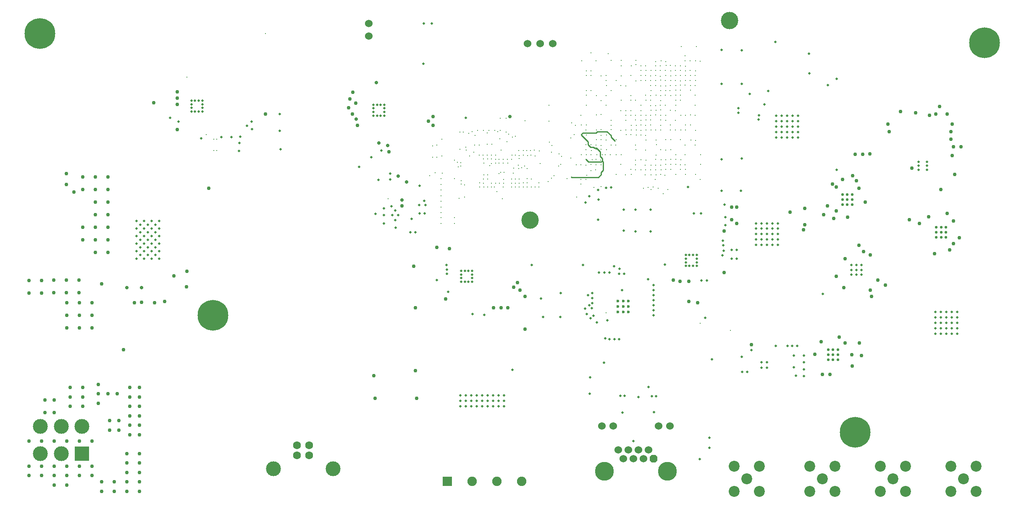
<source format=gbr>
%TF.GenerationSoftware,Altium Limited,Altium Designer,23.11.1 (41)*%
G04 Layer_Physical_Order=2*
G04 Layer_Color=16440176*
%FSLAX45Y45*%
%MOMM*%
%TF.SameCoordinates,5B37CA9A-06B1-4671-AC7C-9F047A950D05*%
%TF.FilePolarity,Positive*%
%TF.FileFunction,Copper,L2,Inr,Signal*%
%TF.Part,Single*%
G01*
G75*
%TA.AperFunction,Conductor*%
%ADD10C,0.23844*%
%TA.AperFunction,ComponentPad*%
%ADD110C,6.20000*%
%ADD111C,3.50000*%
%ADD112C,2.20000*%
%ADD113C,3.00000*%
%ADD114R,3.00000X3.00000*%
%ADD115R,1.90500X1.90500*%
%ADD116C,1.90500*%
%ADD117C,1.60000*%
%ADD118C,0.60000*%
%ADD119C,1.52400*%
G04:AMPARAMS|DCode=120|XSize=1.524mm|YSize=1.524mm|CornerRadius=0mm|HoleSize=0mm|Usage=FLASHONLY|Rotation=0.000|XOffset=0mm|YOffset=0mm|HoleType=Round|Shape=Octagon|*
%AMOCTAGOND120*
4,1,8,0.76200,-0.38100,0.76200,0.38100,0.38100,0.76200,-0.38100,0.76200,-0.76200,0.38100,-0.76200,-0.38100,-0.38100,-0.76200,0.38100,-0.76200,0.76200,-0.38100,0.0*
%
%ADD120OCTAGOND120*%

%ADD121C,3.81000*%
%TA.AperFunction,ViaPad*%
%ADD122C,0.76200*%
%ADD123C,0.50000*%
%ADD124C,0.30480*%
%ADD125C,0.50800*%
%ADD126C,0.71120*%
%ADD127C,0.55880*%
D10*
X11711762Y7188200D02*
X11758539D01*
X11872238Y6925929D02*
X11876262Y6929953D01*
X11850903Y6904594D02*
X11872238Y6925929D01*
X11758539Y7188200D02*
X11831272Y7115467D01*
Y7017483D02*
X11876262Y6972493D01*
X11831272Y7017483D02*
Y7115467D01*
X11872238Y6925929D02*
X11891728Y6906439D01*
X11876262Y6929953D02*
Y6972493D01*
X11596766Y6904594D02*
X11850903D01*
X11891728Y6741222D02*
Y6906439D01*
X11851246Y6700740D02*
X11891728Y6741222D01*
X11793877Y6593888D02*
X11851246Y6651256D01*
Y6700740D01*
X12046832Y7411178D02*
X12128558Y7329453D01*
X11772225Y7521718D02*
X11965107D01*
X12046832Y7439993D01*
Y7411178D02*
Y7439993D01*
X11743507Y7493000D02*
X11772225Y7521718D01*
X11584987Y6913833D02*
X11587527D01*
X11596766Y6904594D01*
X11541760Y6957060D02*
X11584987Y6913833D01*
X11449977Y7449985D02*
X11449980D01*
X11582348Y7255171D02*
Y7317617D01*
X11449980Y7449985D02*
X11582348Y7317617D01*
Y7255171D02*
X11636667Y7200852D01*
X11699110D01*
X11711762Y7188200D01*
X11256572Y6593888D02*
X11793877D01*
X11249777Y6600682D02*
X11256572Y6593888D01*
X11449977Y7449985D02*
X11451247Y7451255D01*
Y7463447D01*
X11480800Y7493000D01*
X11743507D01*
D110*
X16967200Y1447800D02*
D03*
X19574646Y9311709D02*
D03*
X533400Y9499600D02*
D03*
X4025798Y3806550D02*
D03*
D111*
X14438298Y9761666D02*
D03*
X10418298Y5731666D02*
D03*
D112*
X19151601Y507200D02*
D03*
X19405600Y761200D02*
D03*
Y253200D02*
D03*
X18897600D02*
D03*
Y761200D02*
D03*
X17729201Y508000D02*
D03*
X17983200Y762000D02*
D03*
Y254000D02*
D03*
X17475200D02*
D03*
Y762000D02*
D03*
X16306799Y508000D02*
D03*
X16560800Y762000D02*
D03*
Y254000D02*
D03*
X16052800D02*
D03*
Y762000D02*
D03*
X14782800Y508000D02*
D03*
X15036800Y762000D02*
D03*
Y254000D02*
D03*
X14528799D02*
D03*
Y762000D02*
D03*
D113*
X545200Y1017050D02*
D03*
X965200D02*
D03*
X545200Y1567050D02*
D03*
X965200D02*
D03*
X1385200D02*
D03*
X5240000Y711200D02*
D03*
X6444000D02*
D03*
D114*
X1385200Y1017050D02*
D03*
D115*
X8749600Y457200D02*
D03*
D116*
X9249600D02*
D03*
X9749600D02*
D03*
X10249600D02*
D03*
D117*
X5967000Y1181200D02*
D03*
X5717000D02*
D03*
X5967000Y981200D02*
D03*
X5717000D02*
D03*
D118*
X12400600Y4095600D02*
D03*
Y3988600D02*
D03*
Y3881600D02*
D03*
X12293600Y4095600D02*
D03*
Y3988600D02*
D03*
Y3881600D02*
D03*
X12186600Y4095600D02*
D03*
Y3988600D02*
D03*
Y3881600D02*
D03*
D119*
X13004800Y1574800D02*
D03*
X12090400D02*
D03*
X13233400D02*
D03*
X12192000Y1092200D02*
D03*
X12395200D02*
D03*
X12598400D02*
D03*
X12801601D02*
D03*
X12293600Y914400D02*
D03*
X12496800D02*
D03*
X12700000D02*
D03*
X11861800Y1574800D02*
D03*
X7162800Y9702800D02*
D03*
Y9448800D02*
D03*
X10871200Y9296400D02*
D03*
X10363200D02*
D03*
X10617200D02*
D03*
D120*
X12903200Y914400D02*
D03*
D121*
X11912600Y660400D02*
D03*
X13182600D02*
D03*
D122*
X2222500Y3111500D02*
D03*
X571500Y4254500D02*
D03*
Y4508500D02*
D03*
X317500Y4254500D02*
D03*
Y4508500D02*
D03*
X1079500Y3810000D02*
D03*
Y3556000D02*
D03*
Y4064000D02*
D03*
X817791Y4517800D02*
D03*
Y4263800D02*
D03*
X1325791Y4517800D02*
D03*
X1071791D02*
D03*
X1325791Y4263800D02*
D03*
X1071791D02*
D03*
X1587500Y4064000D02*
D03*
X1333500D02*
D03*
X1587500Y3556000D02*
D03*
Y3810000D02*
D03*
X1333500Y3556000D02*
D03*
Y3810000D02*
D03*
X1219200Y6299200D02*
D03*
X1778000Y4445000D02*
D03*
X1905000Y5080000D02*
D03*
X1651000D02*
D03*
Y6096000D02*
D03*
Y5842000D02*
D03*
Y5588000D02*
D03*
X1905000Y6096000D02*
D03*
Y5842000D02*
D03*
Y5588000D02*
D03*
X1397000D02*
D03*
X1905000Y5334000D02*
D03*
X1651000D02*
D03*
X1397000D02*
D03*
Y6350000D02*
D03*
X1651000D02*
D03*
X1905000D02*
D03*
X1397000Y6604000D02*
D03*
X1651000D02*
D03*
X1905000D02*
D03*
X15661127Y5889671D02*
D03*
X15925800Y5537200D02*
D03*
X15951199Y5638800D02*
D03*
Y5969000D02*
D03*
X16332201Y5842000D02*
D03*
X16408400Y6019800D02*
D03*
X16510736Y6461760D02*
D03*
X16535400Y5765800D02*
D03*
X16814799Y5791200D02*
D03*
X16586200Y5918200D02*
D03*
Y6400800D02*
D03*
X16713200Y6553200D02*
D03*
X16992599Y6527800D02*
D03*
X16916400Y6629400D02*
D03*
X17170399Y6096000D02*
D03*
X17043401Y6375400D02*
D03*
X18872200Y5130800D02*
D03*
X18059399Y5740400D02*
D03*
X18262601Y5664200D02*
D03*
X18567400Y5054600D02*
D03*
X18948399Y5257800D02*
D03*
X19067780Y5377180D02*
D03*
X18948399Y5715000D02*
D03*
X18821400Y5867400D02*
D03*
X18449211Y5796400D02*
D03*
X18465800Y7848600D02*
D03*
X18592799Y7874000D02*
D03*
X18821400D02*
D03*
X17627600Y7670800D02*
D03*
X17653000Y7518400D02*
D03*
X18186400Y7899400D02*
D03*
X17881599Y7924800D02*
D03*
X18694400Y6350000D02*
D03*
X18110201Y6781800D02*
D03*
X18973801Y6654800D02*
D03*
X18923000Y7035800D02*
D03*
X19100800Y7213600D02*
D03*
X18948399D02*
D03*
X18897600Y7366000D02*
D03*
Y7518400D02*
D03*
X18923000Y7670800D02*
D03*
X18669000Y8026400D02*
D03*
X17272000Y5029200D02*
D03*
X17043401Y5224780D02*
D03*
X17136404Y5096805D02*
D03*
X16764000Y4953000D02*
D03*
X17576801Y4419600D02*
D03*
X17424400Y4521200D02*
D03*
X17272000Y4318000D02*
D03*
X16586200Y4597400D02*
D03*
X16738600Y4368800D02*
D03*
X17297400Y4191000D02*
D03*
X16648198Y3367002D02*
D03*
X16154401Y3022600D02*
D03*
X16306799Y2616200D02*
D03*
X16459998Y2616998D02*
D03*
X16913206Y2784135D02*
D03*
X17094200Y2997200D02*
D03*
X17052296Y3251200D02*
D03*
X16901402Y3012198D02*
D03*
X16764000Y3251200D02*
D03*
X16281400Y3276600D02*
D03*
X8534400Y5181600D02*
D03*
X8788400Y5156200D02*
D03*
X8712200Y4140200D02*
D03*
X7264400Y2590800D02*
D03*
X7289800Y2133600D02*
D03*
X8128000D02*
D03*
X8102600Y2692400D02*
D03*
X8075400Y4802400D02*
D03*
X8102600Y3962400D02*
D03*
X9829800D02*
D03*
X9677400D02*
D03*
X9964400Y3962059D02*
D03*
X10312400Y3530600D02*
D03*
Y4191000D02*
D03*
X10210800Y4318000D02*
D03*
X10083800Y4376000D02*
D03*
X10160000Y4470400D02*
D03*
X13792200Y4064000D02*
D03*
X14478000Y5994400D02*
D03*
X14579601D02*
D03*
Y5664200D02*
D03*
X14478000Y5740400D02*
D03*
X14325600Y5511800D02*
D03*
Y4673600D02*
D03*
X13302000Y4523627D02*
D03*
X13614400Y4089400D02*
D03*
X13435201Y4499200D02*
D03*
X13614400Y4495800D02*
D03*
X6832600Y7874000D02*
D03*
X6937790Y7641810D02*
D03*
X8458200Y7645400D02*
D03*
Y7823200D02*
D03*
X8371790Y7731810D02*
D03*
X7569200Y7112000D02*
D03*
X6784810Y8181810D02*
D03*
X6904707Y8091810D02*
D03*
X6756400Y8001000D02*
D03*
X6846990Y8316810D02*
D03*
X7837408Y6016679D02*
D03*
X3937000Y6375400D02*
D03*
X2844800Y4064000D02*
D03*
X3048000Y4089400D02*
D03*
X3493810Y4382810D02*
D03*
X3501390Y4702810D02*
D03*
X3235706Y4607306D02*
D03*
X2438400Y4064000D02*
D03*
X2585806Y4068994D02*
D03*
X3302000Y7556500D02*
D03*
X2832540Y8103040D02*
D03*
X3302000Y8064500D02*
D03*
Y8318500D02*
D03*
Y8191500D02*
D03*
X5080000Y7874000D02*
D03*
X14876781Y3220720D02*
D03*
X17119600Y7061200D02*
D03*
X17270139Y7067129D02*
D03*
X16967200Y7061200D02*
D03*
X1066800Y6671060D02*
D03*
Y6451600D02*
D03*
X2129040Y1683967D02*
D03*
Y1493467D02*
D03*
X1938540D02*
D03*
Y1683967D02*
D03*
X1397000Y2349500D02*
D03*
Y2159000D02*
D03*
Y1968500D02*
D03*
X1143000Y2349500D02*
D03*
Y2159000D02*
D03*
Y1968500D02*
D03*
X1333500Y1270000D02*
D03*
X1587500D02*
D03*
X825500D02*
D03*
X1079500D02*
D03*
X317500D02*
D03*
X571500D02*
D03*
Y762000D02*
D03*
X317500D02*
D03*
X635000Y1841500D02*
D03*
Y2095500D02*
D03*
X825500Y1841500D02*
D03*
Y2095500D02*
D03*
X571500Y571500D02*
D03*
X317500D02*
D03*
X825500Y381000D02*
D03*
X1079500D02*
D03*
X1587500Y571500D02*
D03*
X1333500D02*
D03*
X1079500D02*
D03*
X825500D02*
D03*
Y762000D02*
D03*
X1079500D02*
D03*
X1333500D02*
D03*
X1587500D02*
D03*
X1905000Y2222500D02*
D03*
X2349500Y1587500D02*
D03*
Y1778000D02*
D03*
X2095500Y2222500D02*
D03*
X2349500Y1397000D02*
D03*
X1714500Y2032000D02*
D03*
X2540000Y1016000D02*
D03*
X2286000D02*
D03*
X2540000Y825500D02*
D03*
X2286000D02*
D03*
X2540000Y635000D02*
D03*
X2286000D02*
D03*
X2540000Y444500D02*
D03*
X2286000D02*
D03*
X2032000D02*
D03*
X1778000D02*
D03*
Y254000D02*
D03*
X2032000D02*
D03*
X2286000D02*
D03*
X2540000D02*
D03*
X1714500Y2222500D02*
D03*
Y2413000D02*
D03*
X2540000Y2349500D02*
D03*
X2349500D02*
D03*
Y2159000D02*
D03*
Y1968500D02*
D03*
X2540000Y1397000D02*
D03*
Y1587500D02*
D03*
Y1778000D02*
D03*
Y1968500D02*
D03*
Y2159000D02*
D03*
D123*
X18416400Y6751400D02*
D03*
Y6829400D02*
D03*
Y6907400D02*
D03*
X18244400D02*
D03*
Y6829400D02*
D03*
Y6751400D02*
D03*
X7697408Y5734796D02*
D03*
X7754908Y5829796D02*
D03*
X7639908D02*
D03*
X7697408Y5924796D02*
D03*
X7477600Y7915310D02*
D03*
Y7988310D02*
D03*
Y8061810D02*
D03*
X7331065Y7841770D02*
D03*
X7404065D02*
D03*
X7477565D02*
D03*
X7257400Y7915310D02*
D03*
Y7841810D02*
D03*
Y7988310D02*
D03*
Y8061810D02*
D03*
X7331100D02*
D03*
X7404100D02*
D03*
X13555200Y4951600D02*
D03*
Y4878600D02*
D03*
Y4804900D02*
D03*
X13628700D02*
D03*
X13775200D02*
D03*
X13701700D02*
D03*
X13775240Y5025065D02*
D03*
Y4951565D02*
D03*
Y4878565D02*
D03*
X13555200Y5025100D02*
D03*
X13628700D02*
D03*
X13701700D02*
D03*
X3810035Y7998340D02*
D03*
Y8071339D02*
D03*
Y8144839D02*
D03*
X3663500Y7924800D02*
D03*
X3736500D02*
D03*
X3810000D02*
D03*
X3589835Y7998340D02*
D03*
Y7924840D02*
D03*
Y8071339D02*
D03*
Y8144839D02*
D03*
X3663535D02*
D03*
X3736535D02*
D03*
X15814799Y7400000D02*
D03*
X15704800D02*
D03*
X15594800D02*
D03*
X15484801D02*
D03*
X15374800D02*
D03*
X15814799Y7510000D02*
D03*
X15704800D02*
D03*
X15594800D02*
D03*
X15484801D02*
D03*
X15374800D02*
D03*
X15814799Y7620000D02*
D03*
X15704800D02*
D03*
X15594800D02*
D03*
X15484801D02*
D03*
X15374800D02*
D03*
X15814799Y7730000D02*
D03*
X15704800D02*
D03*
X15594800D02*
D03*
X15484801D02*
D03*
X15374800D02*
D03*
X15814799Y7840000D02*
D03*
X15704800D02*
D03*
X15594800D02*
D03*
X15484801D02*
D03*
X15374800D02*
D03*
X17097539Y4627652D02*
D03*
X16997539D02*
D03*
Y4827652D02*
D03*
X16897539D02*
D03*
Y4627652D02*
D03*
Y4727652D02*
D03*
X16997539D02*
D03*
X17097539Y4827652D02*
D03*
Y4727652D02*
D03*
X15193401Y2861700D02*
D03*
Y2751700D02*
D03*
X15083400Y2861700D02*
D03*
Y2751700D02*
D03*
X9249500Y4559500D02*
D03*
Y4632500D02*
D03*
Y4706000D02*
D03*
X9102965Y4485960D02*
D03*
X9175965D02*
D03*
X9249465D02*
D03*
X9029300Y4559500D02*
D03*
Y4486000D02*
D03*
Y4632500D02*
D03*
Y4706000D02*
D03*
X9103000D02*
D03*
X9176000D02*
D03*
X18584399Y3877600D02*
D03*
X18694400D02*
D03*
X18804401D02*
D03*
X18914400D02*
D03*
X19024400D02*
D03*
X18584399Y3767600D02*
D03*
X18694400D02*
D03*
X18804401D02*
D03*
X18914400D02*
D03*
X19024400D02*
D03*
X18584399Y3657600D02*
D03*
X18694400D02*
D03*
X18804401D02*
D03*
X18914400D02*
D03*
X19024400D02*
D03*
X18584399Y3547600D02*
D03*
X18694400D02*
D03*
X18804401D02*
D03*
X18914400D02*
D03*
X19024400D02*
D03*
X18584399Y3437600D02*
D03*
X18694400D02*
D03*
X18804401D02*
D03*
X18914400D02*
D03*
X19024400D02*
D03*
X15409200Y5228300D02*
D03*
X15299200D02*
D03*
X15189200D02*
D03*
X15079201D02*
D03*
X14969200D02*
D03*
X15409200Y5338300D02*
D03*
X15299200D02*
D03*
X15189200D02*
D03*
X15079201D02*
D03*
X14969200D02*
D03*
X15409200Y5448300D02*
D03*
X15299200D02*
D03*
X15189200D02*
D03*
X15079201D02*
D03*
X14969200D02*
D03*
X15409200Y5558300D02*
D03*
X15299200D02*
D03*
X15189200D02*
D03*
X15079201D02*
D03*
X14969200D02*
D03*
X15409200Y5668300D02*
D03*
X15299200D02*
D03*
X15189200D02*
D03*
X15079201D02*
D03*
X14969200D02*
D03*
X9008800Y1972800D02*
D03*
Y2082800D02*
D03*
Y2192800D02*
D03*
X9118800Y1972800D02*
D03*
Y2082800D02*
D03*
Y2192800D02*
D03*
X9228800Y1972800D02*
D03*
Y2082800D02*
D03*
Y2192800D02*
D03*
X9338800Y1972800D02*
D03*
Y2082800D02*
D03*
Y2192800D02*
D03*
X9448800Y1972800D02*
D03*
Y2082800D02*
D03*
Y2192800D02*
D03*
X9558800Y1972800D02*
D03*
Y2082800D02*
D03*
Y2192800D02*
D03*
X9668800Y1972800D02*
D03*
Y2082800D02*
D03*
Y2192800D02*
D03*
X9778800Y1972800D02*
D03*
Y2082800D02*
D03*
Y2192800D02*
D03*
X9888800Y1972800D02*
D03*
Y2082800D02*
D03*
Y2192800D02*
D03*
D124*
X10117598Y7421102D02*
D03*
X8892588Y5778500D02*
D03*
Y6944360D02*
D03*
X8623300Y5664200D02*
D03*
X13849350Y3651250D02*
D03*
X14452600Y3505200D02*
D03*
X3500540Y8618640D02*
D03*
X3884835Y7456265D02*
D03*
X4102100Y7137400D02*
D03*
X4038600D02*
D03*
Y7366000D02*
D03*
X4102100D02*
D03*
X10797540Y8054340D02*
D03*
X10795000Y7733050D02*
D03*
X10317500Y7739400D02*
D03*
X9873902Y6879987D02*
D03*
X9954225Y7315200D02*
D03*
X10051413Y7043810D02*
D03*
X9830678Y7144142D02*
D03*
X9391480Y7243216D02*
D03*
X10198082Y7034285D02*
D03*
X9131300Y7142480D02*
D03*
X9302750Y7245350D02*
D03*
X8986520Y6172200D02*
D03*
X9024620Y6456680D02*
D03*
X8968740Y6804660D02*
D03*
X8950960Y6901180D02*
D03*
X10184939Y7135321D02*
D03*
X10064750Y7410450D02*
D03*
X9810750Y7374890D02*
D03*
X9645650Y7263130D02*
D03*
X9552618Y7264400D02*
D03*
X9555480Y7493000D02*
D03*
X9633933Y7042163D02*
D03*
X9987280Y7470140D02*
D03*
X9761220Y7518400D02*
D03*
X9311640Y7439660D02*
D03*
X9123680Y7203440D02*
D03*
X9552618Y7043020D02*
D03*
X9093200Y6197600D02*
D03*
X10039980Y6479987D02*
D03*
X10124458Y6479987D02*
D03*
X12446000Y6756400D02*
D03*
X11945620Y3863340D02*
D03*
X13137086Y6641132D02*
D03*
X13051463Y6655510D02*
D03*
X13103860Y6261100D02*
D03*
X12999977Y6374126D02*
D03*
X12899977Y6400996D02*
D03*
X13195300Y6351009D02*
D03*
X13151463Y6755510D02*
D03*
X12799977Y6390026D02*
D03*
X12458700Y6654800D02*
D03*
X12851129Y6840967D02*
D03*
X12755880Y6945630D02*
D03*
X12338100Y6642100D02*
D03*
X12748260Y7147560D02*
D03*
X12651184Y6950202D02*
D03*
X12649200Y6748780D02*
D03*
X12544454Y6751474D02*
D03*
Y6851474D02*
D03*
X13251463Y6755510D02*
D03*
X13048489Y6844464D02*
D03*
X13251463Y6955510D02*
D03*
Y6855510D02*
D03*
X13451463Y6755510D02*
D03*
X13551463D02*
D03*
X13444453Y6851474D02*
D03*
X13351463Y6855510D02*
D03*
Y6655510D02*
D03*
X13155499Y6948500D02*
D03*
X13351463Y7055510D02*
D03*
X13251463Y7155510D02*
D03*
X13749020Y8549640D02*
D03*
X13545821Y8839200D02*
D03*
X12750800Y8750300D02*
D03*
X12951460Y8549640D02*
D03*
X13251180D02*
D03*
X13548360Y8651240D02*
D03*
X13654865Y8449135D02*
D03*
X13540286Y8458200D02*
D03*
X13645090Y8550839D02*
D03*
Y8950839D02*
D03*
X13749126Y8945099D02*
D03*
X13645090Y8750839D02*
D03*
X13650829Y8654875D02*
D03*
X13549126Y8745099D02*
D03*
X13545090Y8950839D02*
D03*
Y9050839D02*
D03*
X13650829Y7654875D02*
D03*
X13345090Y7750839D02*
D03*
X13454865Y7549135D02*
D03*
X13345090Y7550839D02*
D03*
X13245090D02*
D03*
X13049126Y7645099D02*
D03*
Y7845099D02*
D03*
X13050830Y7954875D02*
D03*
X12750829Y8154875D02*
D03*
X12850830D02*
D03*
X12745089Y8250839D02*
D03*
X12849126Y8245099D02*
D03*
X12954053Y8259088D02*
D03*
X13454865Y7849135D02*
D03*
X13245090Y7950839D02*
D03*
X13145090Y8050839D02*
D03*
X13045090D02*
D03*
X13254865Y8249135D02*
D03*
X13049126Y8245099D02*
D03*
X13145090Y8250839D02*
D03*
X13045090Y8850839D02*
D03*
X13157201Y8851900D02*
D03*
X12945090Y8850839D02*
D03*
Y8650839D02*
D03*
X13150830Y8654875D02*
D03*
X13245090Y8450839D02*
D03*
X13354865Y8149135D02*
D03*
X13450830Y8254875D02*
D03*
X13350830Y8354875D02*
D03*
X13151974Y8932649D02*
D03*
X13045090Y8750839D02*
D03*
X13044455Y8637305D02*
D03*
X12947981Y8932645D02*
D03*
X12845090Y8550839D02*
D03*
X12745089D02*
D03*
X12945090Y8450839D02*
D03*
X13049126Y8445099D02*
D03*
X13054865Y8949135D02*
D03*
X13249126Y8745099D02*
D03*
X13145090Y8750839D02*
D03*
X13249126Y8645099D02*
D03*
X13445090Y8850839D02*
D03*
Y8750839D02*
D03*
X13350830Y8654875D02*
D03*
X13450830D02*
D03*
X13449126Y8545099D02*
D03*
X13550830Y8554875D02*
D03*
X13450830Y8454875D02*
D03*
X13354865Y8449135D02*
D03*
X13049126Y8345099D02*
D03*
X13149126D02*
D03*
X13144501Y8547100D02*
D03*
X13149126Y8445099D02*
D03*
X12650469Y8552497D02*
D03*
Y8651987D02*
D03*
X12651572Y8753600D02*
D03*
X12848489Y8644464D02*
D03*
X12851463Y8755510D02*
D03*
X12549977Y8870475D02*
D03*
X12553490Y8953500D02*
D03*
X12152864Y8547100D02*
D03*
X11950982Y8548700D02*
D03*
X13151463Y6855510D02*
D03*
X13055499Y6948500D02*
D03*
Y6748500D02*
D03*
X12852400Y6350000D02*
D03*
X12848489Y6744464D02*
D03*
X12738100Y6642100D02*
D03*
X12740482Y6844528D02*
D03*
X11950700Y8648700D02*
D03*
X11849100Y7861300D02*
D03*
X11751464Y7855510D02*
D03*
X12052300Y7556500D02*
D03*
X12966701Y7251700D02*
D03*
X13150850Y7143750D02*
D03*
X13244453Y7651474D02*
D03*
X13551463Y7655510D02*
D03*
X13550900Y7848600D02*
D03*
X13347701Y7937500D02*
D03*
X13356064Y8255000D02*
D03*
X13235141Y8346187D02*
D03*
X12351464Y7455510D02*
D03*
X12700000Y6376409D02*
D03*
X12955499Y6648500D02*
D03*
X12943840Y6555740D02*
D03*
X12855499Y6648500D02*
D03*
X12748490Y6744464D02*
D03*
X12944453Y6751474D02*
D03*
X12948489Y6844464D02*
D03*
X12959081Y7045960D02*
D03*
X12448490Y8244464D02*
D03*
X12348490Y7744464D02*
D03*
X13844453Y6551474D02*
D03*
X13551463Y6655510D02*
D03*
X13544453Y6851474D02*
D03*
X13851463Y7055510D02*
D03*
X13544453Y7251474D02*
D03*
X12951463Y6955510D02*
D03*
X13251463Y7355510D02*
D03*
X13744450Y7851471D02*
D03*
X13744453Y8251474D02*
D03*
Y8651474D02*
D03*
X13848489Y8944464D02*
D03*
X13348489Y8844464D02*
D03*
X12451464Y8655510D02*
D03*
X12655500Y8848500D02*
D03*
X12255500D02*
D03*
X12251464Y8955510D02*
D03*
X11444454Y7851474D02*
D03*
X12048490Y7744464D02*
D03*
Y7244464D02*
D03*
X12247880Y6855460D02*
D03*
X11851640Y6405880D02*
D03*
X12538098Y6942099D02*
D03*
X13544453Y7051474D02*
D03*
X13751463Y6655510D02*
D03*
X12037660Y7055410D02*
D03*
X11871960Y7056120D02*
D03*
X11841480Y6944360D02*
D03*
X11936310Y7053580D02*
D03*
X11736345Y6745245D02*
D03*
X11744960Y6845881D02*
D03*
X11561911Y6636851D02*
D03*
X12551464Y7155510D02*
D03*
X12544454Y7251474D02*
D03*
X13051463Y7155510D02*
D03*
X13151463Y7355510D02*
D03*
X13851463Y6855510D02*
D03*
X13051463Y8555510D02*
D03*
X13451463Y8355510D02*
D03*
Y8155510D02*
D03*
X13351463Y8055510D02*
D03*
X13651463Y7855510D02*
D03*
X13744453Y8051474D02*
D03*
X13651463Y8355510D02*
D03*
X13744453Y8451474D02*
D03*
X13771523Y9238563D02*
D03*
X13461313Y9234527D02*
D03*
X13748489Y8744464D02*
D03*
X13344453Y8551474D02*
D03*
Y8751474D02*
D03*
X13246100Y8851900D02*
D03*
X11645900Y9105900D02*
D03*
X11988800Y9093200D02*
D03*
X11849100Y7442200D02*
D03*
X12052300Y7645400D02*
D03*
X12151464Y6655510D02*
D03*
X13455499Y6948500D02*
D03*
X13351463Y6955510D02*
D03*
X13451463Y7355510D02*
D03*
X13655499Y7348500D02*
D03*
X13748489Y7344464D02*
D03*
X13744453Y7251474D02*
D03*
X13551463Y7555510D02*
D03*
X13748489Y7544464D02*
D03*
X12455500Y7648500D02*
D03*
X12451464Y7455510D02*
D03*
X12555500Y7448500D02*
D03*
X12755500Y7348500D02*
D03*
X12648490Y7544464D02*
D03*
X12655500Y7448500D02*
D03*
X12555500Y7648500D02*
D03*
X12651464Y7655510D02*
D03*
X12855499Y7548500D02*
D03*
X12751464Y7755510D02*
D03*
X12748490Y7644464D02*
D03*
X12751464Y7555510D02*
D03*
X12748490Y7444464D02*
D03*
X12955499Y7348500D02*
D03*
X12951463Y7555510D02*
D03*
X13051463D02*
D03*
Y7755510D02*
D03*
X12844453Y7751474D02*
D03*
Y7651474D02*
D03*
X13155499Y7748500D02*
D03*
X13148486Y7844461D02*
D03*
X13048489Y8144464D02*
D03*
X12948489Y8044464D02*
D03*
X12844453Y8451474D02*
D03*
X12855499Y8348500D02*
D03*
X12744454Y8651474D02*
D03*
X12949277Y8750987D02*
D03*
X12748490Y8844464D02*
D03*
X12455500Y8848500D02*
D03*
X12548490Y8544464D02*
D03*
X12244454Y8451474D02*
D03*
X12348490Y8444464D02*
D03*
X11955500Y8448500D02*
D03*
X12255500Y8648500D02*
D03*
X11455500Y8948500D02*
D03*
X12051464Y8955510D02*
D03*
X11744454Y8951474D02*
D03*
X11555500Y8748500D02*
D03*
X11648490Y8744464D02*
D03*
X11848490Y8644464D02*
D03*
X11644454Y8651474D02*
D03*
X11551464Y8655510D02*
D03*
X11648490Y8344464D02*
D03*
X11551464Y8055510D02*
D03*
Y8255510D02*
D03*
X11555500Y8348500D02*
D03*
X11755500Y8248500D02*
D03*
X12048490Y8344464D02*
D03*
X11948490Y8244464D02*
D03*
X11951464Y8055510D02*
D03*
X11848489Y8144461D02*
D03*
X12251464Y8155510D02*
D03*
X12451464D02*
D03*
X12848489Y8044464D02*
D03*
X12544454Y8151474D02*
D03*
X12651464Y8055510D02*
D03*
X12951463Y7855510D02*
D03*
X12848489Y7844464D02*
D03*
X12955499Y7948500D02*
D03*
X12855499D02*
D03*
X12648490Y7944464D02*
D03*
X12448490D02*
D03*
X12248490D02*
D03*
X12348490D02*
D03*
X12348488Y7844461D02*
D03*
X12447627Y7849287D02*
D03*
X12755500Y7848500D02*
D03*
X12655500D02*
D03*
X12544454Y7851474D02*
D03*
X12648490Y7744464D02*
D03*
X12544454Y7751474D02*
D03*
X12555500Y7548500D02*
D03*
X12248490Y7544464D02*
D03*
X12455500Y7548500D02*
D03*
X12344454Y7551474D02*
D03*
X12153900Y7353300D02*
D03*
X12151464Y7055510D02*
D03*
X12255500Y7048500D02*
D03*
X11031220Y6859940D02*
D03*
X11644555D02*
D03*
X11843461Y7556500D02*
D03*
X11699977Y6388100D02*
D03*
X9721295Y7039987D02*
D03*
X9588500Y7543800D02*
D03*
X9563100Y6642100D02*
D03*
X9859010Y6160770D02*
D03*
X7551358Y6167058D02*
D03*
X8394700Y6629400D02*
D03*
X8502650Y6686550D02*
D03*
X8540750Y7245350D02*
D03*
X8451850Y7232650D02*
D03*
X8540750Y7004050D02*
D03*
X8451850D02*
D03*
X8890000Y5664200D02*
D03*
X9004300Y7505700D02*
D03*
X9931400Y7785100D02*
D03*
X9817100D02*
D03*
X8636000Y7366000D02*
D03*
Y7023100D02*
D03*
X8648700Y6680200D02*
D03*
X8623300Y6565900D02*
D03*
Y6451600D02*
D03*
Y6337300D02*
D03*
Y6223000D02*
D03*
Y6108700D02*
D03*
Y5994400D02*
D03*
Y5880100D02*
D03*
Y5778500D02*
D03*
X10199980Y6559987D02*
D03*
X10119980D02*
D03*
X10039980D02*
D03*
X9873902Y6959324D02*
D03*
X9786714Y6879987D02*
D03*
X9067800Y7505700D02*
D03*
X9182100Y7480300D02*
D03*
X9098262Y6443962D02*
D03*
X9029700Y6527800D02*
D03*
X8890000Y6565900D02*
D03*
X9486900Y6642100D02*
D03*
X9478377Y6558669D02*
D03*
X9563100Y6564378D02*
D03*
X9601200Y6832600D02*
D03*
X9194800Y7023100D02*
D03*
X9931400Y7506896D02*
D03*
X10048258Y6959714D02*
D03*
X9957296Y6959987D02*
D03*
X9964438Y6883042D02*
D03*
X10353642Y6774780D02*
D03*
X9894792Y6692834D02*
D03*
X10846853Y6582193D02*
D03*
X10303434Y6821496D02*
D03*
X10896600Y6629400D02*
D03*
X9826239Y6694767D02*
D03*
X9017000Y6888480D02*
D03*
Y6819900D02*
D03*
X9004300Y7162801D02*
D03*
X9283700Y7099300D02*
D03*
X9389987Y7041553D02*
D03*
X9479979Y6477354D02*
D03*
X9245600Y7518400D02*
D03*
X9471302Y7040571D02*
D03*
X9817100Y7543800D02*
D03*
X9702800D02*
D03*
X9474200D02*
D03*
X9359900D02*
D03*
X11744555Y6960656D02*
D03*
X11760646Y7055410D02*
D03*
X11353800Y6197600D02*
D03*
X9634914Y6965052D02*
D03*
X9559980D02*
D03*
X9639979Y6878671D02*
D03*
X9479980Y6965052D02*
D03*
X9483729Y6883737D02*
D03*
X9398000Y6484620D02*
D03*
X9396899Y6402239D02*
D03*
X9489459Y6398860D02*
D03*
X9641849Y6399948D02*
D03*
X9745980Y6307045D02*
D03*
X10083833Y6778660D02*
D03*
X11546840Y7150100D02*
D03*
X11549978Y7049986D02*
D03*
X10180466Y6843350D02*
D03*
X11449977Y7049986D02*
D03*
X10185530Y6774957D02*
D03*
X11541760Y6957060D02*
D03*
X10993120Y6827538D02*
D03*
X11541660Y7256163D02*
D03*
X11048475Y7022920D02*
D03*
X10195560Y6972300D02*
D03*
X11640820Y7259320D02*
D03*
X11666220Y6951980D02*
D03*
X11646037Y7050903D02*
D03*
X11442869Y6553031D02*
D03*
X11849100Y7243025D02*
D03*
X11239500Y7394734D02*
D03*
X10857359Y7240140D02*
D03*
X9697474Y6400370D02*
D03*
X10623207Y6873288D02*
D03*
X10607040Y7129780D02*
D03*
X11236912Y6982460D02*
D03*
X10076180Y6683412D02*
D03*
X10284460Y7043420D02*
D03*
X10363200Y7038340D02*
D03*
X10283999Y7135321D02*
D03*
X10345420Y7139940D02*
D03*
X10502900Y7142480D02*
D03*
X10426700Y7137400D02*
D03*
X10119980Y7039985D02*
D03*
X10432010Y7039957D02*
D03*
X10515600Y7030720D02*
D03*
X10997852Y7069185D02*
D03*
X10850880Y7099950D02*
D03*
X11742420Y7163775D02*
D03*
X11655400Y7139318D02*
D03*
X10777220Y6507480D02*
D03*
X10195987Y6402664D02*
D03*
X10279980D02*
D03*
X11163300Y6573520D02*
D03*
X10590887Y6482671D02*
D03*
X10359980Y6401356D02*
D03*
Y6482671D02*
D03*
X10592658Y6400863D02*
D03*
X10359982Y6565892D02*
D03*
X10442235Y6565295D02*
D03*
X9799320Y6479540D02*
D03*
X9878060Y6398260D02*
D03*
X11744960Y7251100D02*
D03*
X9719979Y6879987D02*
D03*
X10124458Y6402664D02*
D03*
X10439980D02*
D03*
X10515600Y6403322D02*
D03*
X10279811Y6484638D02*
D03*
X9639300Y6477000D02*
D03*
X9720580Y6479540D02*
D03*
X9879983Y6479987D02*
D03*
X9884912Y6555140D02*
D03*
X11851040Y6850380D02*
D03*
X11442759Y6460656D02*
D03*
X10251440Y6789420D02*
D03*
X9786714Y6963729D02*
D03*
X11328400Y7645418D02*
D03*
X11303000Y7454900D02*
D03*
X11955780Y7155180D02*
D03*
X11845459Y7158821D02*
D03*
X11449977Y7649986D02*
D03*
X11549978Y7649986D02*
D03*
X10807700Y7302500D02*
D03*
X11645900Y6731000D02*
D03*
X9791700Y6667500D02*
D03*
X9720355Y6959987D02*
D03*
X10039979Y6402664D02*
D03*
X12146002Y7250431D02*
D03*
X11544300Y6553200D02*
D03*
X11539308Y6844564D02*
D03*
X9559980Y6399987D02*
D03*
X11345290Y6845300D02*
D03*
X10199980Y6479987D02*
D03*
X11445290Y6845300D02*
D03*
X11252200Y7696200D02*
D03*
X11751690Y7554064D02*
D03*
X11545900Y7551700D02*
D03*
X11549978Y7449986D02*
D03*
X11449978D02*
D03*
X11954055Y7448274D02*
D03*
X11948264Y7345910D02*
D03*
X11851690Y7354064D02*
D03*
X11751690D02*
D03*
X5080000Y9499600D02*
D03*
D125*
X8534400Y4521200D02*
D03*
X13604160Y6399987D02*
D03*
X15360304Y9326880D02*
D03*
X5384800Y7162800D02*
D03*
X5372100Y7531100D02*
D03*
Y7874000D02*
D03*
X4546600Y7124700D02*
D03*
X4559300Y7289800D02*
D03*
X4572000Y7416800D02*
D03*
X4394200Y7404100D02*
D03*
X4191000D02*
D03*
X4711700Y7632700D02*
D03*
X4813300Y7569200D02*
D03*
X4800600Y7721600D02*
D03*
X15773399Y2590800D02*
D03*
X15735300Y2755900D02*
D03*
Y2997200D02*
D03*
X15938499D02*
D03*
Y2857500D02*
D03*
Y2717800D02*
D03*
Y2578100D02*
D03*
X14681200Y2971800D02*
D03*
X14693900Y2667000D02*
D03*
X14795500D02*
D03*
X14876781Y3108029D02*
D03*
X15367000Y3187700D02*
D03*
X15608299D02*
D03*
X15798801D02*
D03*
X15697200D02*
D03*
X8432800Y9702800D02*
D03*
X16319501Y4241800D02*
D03*
X16598900Y6743700D02*
D03*
X14350999Y5791200D02*
D03*
X14084300Y2921000D02*
D03*
X13944600Y3759200D02*
D03*
X7416800Y7137400D02*
D03*
X7213108Y6997700D02*
D03*
X3327400Y7721600D02*
D03*
X3160610Y7799490D02*
D03*
X3784600Y7378700D02*
D03*
X11620500Y2222500D02*
D03*
X10061800Y2708500D02*
D03*
X10454640Y4826000D02*
D03*
X10634980Y4147820D02*
D03*
X10675620Y3779520D02*
D03*
X11026140D02*
D03*
X11031220Y4257040D02*
D03*
X11480800Y4823460D02*
D03*
X9494520Y3817620D02*
D03*
X9260840Y3839210D02*
D03*
X8735060Y4826000D02*
D03*
X8737940Y4646000D02*
D03*
X8742546Y4736000D02*
D03*
X8763315Y4286000D02*
D03*
X8276180Y9699400D02*
D03*
X8269380Y8886600D02*
D03*
X11582400Y4216400D02*
D03*
X12268600Y4317600D02*
D03*
X12848703Y5504200D02*
D03*
Y5943600D02*
D03*
X12052300Y6390339D02*
D03*
X11696700Y3797300D02*
D03*
X12540000Y5943600D02*
D03*
X11531600Y6083300D02*
D03*
X11785600Y6337300D02*
D03*
X11950700Y6386950D02*
D03*
X13716000Y5867400D02*
D03*
X14350999Y5626100D02*
D03*
X13138150Y4832350D02*
D03*
X14478000Y5130800D02*
D03*
X14579601D02*
D03*
X14478000Y4953000D02*
D03*
X14579601D02*
D03*
X14306551Y5314950D02*
D03*
X14312900Y5219700D02*
D03*
X14319250Y5111750D02*
D03*
X14293851Y5022850D02*
D03*
X13982700Y4508500D02*
D03*
X13874750Y4514850D02*
D03*
X13859898Y5867400D02*
D03*
X14338300Y6045200D02*
D03*
X14668500Y6324600D02*
D03*
X14274800D02*
D03*
X14681200Y6972300D02*
D03*
X14274800Y6959600D02*
D03*
X15024100Y7759700D02*
D03*
X15033200Y7845000D02*
D03*
X15138400Y8064500D02*
D03*
X14617700Y7899400D02*
D03*
Y7988300D02*
D03*
X14846300Y8280400D02*
D03*
X16421100Y8458200D02*
D03*
X16600951Y8587250D02*
D03*
X16043336Y8696264D02*
D03*
X16040100Y9093200D02*
D03*
X15218900Y8339600D02*
D03*
X14274800Y9169400D02*
D03*
X14681200Y9156700D02*
D03*
Y8483600D02*
D03*
X14274800D02*
D03*
X12301200Y5943600D02*
D03*
X12540000Y5506700D02*
D03*
X12301200Y5516900D02*
D03*
X11785600Y5740400D02*
D03*
X11798300Y6146800D02*
D03*
X12496800Y1270000D02*
D03*
X11607800Y4013200D02*
D03*
X11557000Y3835400D02*
D03*
X11636993Y3747787D02*
D03*
X11930497Y3345297D02*
D03*
X12214977Y3329823D02*
D03*
X12115800Y3327400D02*
D03*
X12014200D02*
D03*
X11808577Y4671177D02*
D03*
X11912600Y4673600D02*
D03*
X12014200D02*
D03*
X12217400Y4749800D02*
D03*
X12113377Y4798177D02*
D03*
X12214977Y4645777D02*
D03*
X12316577D02*
D03*
X12903200Y3810000D02*
D03*
Y3911600D02*
D03*
Y4013200D02*
D03*
Y4114800D02*
D03*
Y4216400D02*
D03*
Y4318000D02*
D03*
Y4419600D02*
D03*
X14033501Y1130300D02*
D03*
Y1333500D02*
D03*
X12801601Y2362200D02*
D03*
X13837920Y909320D02*
D03*
X12280900Y1841500D02*
D03*
X12915900Y1854200D02*
D03*
X12960350Y2171700D02*
D03*
X12871449D02*
D03*
X12236450Y2184400D02*
D03*
X12325350D02*
D03*
X12598400Y2159000D02*
D03*
X11625580Y2557780D02*
D03*
X11906250Y2851150D02*
D03*
X11672587Y4255787D02*
D03*
Y4154187D02*
D03*
X11667507Y4052587D02*
D03*
X11526520Y3947160D02*
D03*
X11662427Y3950987D02*
D03*
X11764127Y3664067D02*
D03*
X12793980Y4541520D02*
D03*
X11971020Y3708400D02*
D03*
X11611077Y6218657D02*
D03*
X6972300Y6807200D02*
D03*
X7360920Y6548120D02*
D03*
X7594600Y6553200D02*
D03*
Y6667500D02*
D03*
X7620000Y6007100D02*
D03*
X7302500Y5854700D02*
D03*
X7467600Y5829300D02*
D03*
Y5969000D02*
D03*
Y5664200D02*
D03*
X8292004Y5866304D02*
D03*
X8190404D02*
D03*
X8028805Y5755505D02*
D03*
X7708900Y5575300D02*
D03*
X8103808Y5487608D02*
D03*
X8002208D02*
D03*
X8286750Y6121400D02*
D03*
X8309784Y6036484D02*
D03*
X8182784D02*
D03*
X8188898Y6423598D02*
D03*
X9118600Y7797800D02*
D03*
X2484206Y5718810D02*
D03*
X2636606D02*
D03*
X2789006D02*
D03*
X2941406D02*
D03*
X2865206Y5642610D02*
D03*
X2560406D02*
D03*
X2941406Y5566410D02*
D03*
X2789006D02*
D03*
X2636606D02*
D03*
X2484206D02*
D03*
X2865206Y5490210D02*
D03*
X2560406D02*
D03*
X2941406Y5414010D02*
D03*
X2789006D02*
D03*
X2636606D02*
D03*
X2484206D02*
D03*
X2865206Y5337810D02*
D03*
X2560406D02*
D03*
X2941406Y5261610D02*
D03*
X2789006D02*
D03*
X2636606D02*
D03*
X2484206D02*
D03*
X2865206Y5185410D02*
D03*
X2712806D02*
D03*
X2560406D02*
D03*
X2941406Y5109210D02*
D03*
X2789006D02*
D03*
X2636606D02*
D03*
X2865206Y5033010D02*
D03*
X2712806D02*
D03*
X2941406Y4956810D02*
D03*
X2789006D02*
D03*
X2636606D02*
D03*
X2484206D02*
D03*
Y5109210D02*
D03*
X2560406Y5033010D02*
D03*
X2712806Y5642610D02*
D03*
Y5490210D02*
D03*
Y5337810D02*
D03*
D126*
X6908800Y7772400D02*
D03*
X7543800Y7239000D02*
D03*
X7366000Y7289800D02*
D03*
X7315200Y8509000D02*
D03*
X7924800Y6502400D02*
D03*
X7758295Y6618105D02*
D03*
X7837408Y6135608D02*
D03*
X2286000Y4368800D02*
D03*
X2585806Y4365317D02*
D03*
X10007600Y7825740D02*
D03*
D127*
X18602800Y5586400D02*
D03*
Y5486400D02*
D03*
Y5386400D02*
D03*
X18702800D02*
D03*
Y5486400D02*
D03*
Y5586400D02*
D03*
X18802800D02*
D03*
Y5486400D02*
D03*
Y5386400D02*
D03*
X16424998Y2912198D02*
D03*
X16524998D02*
D03*
X16624998D02*
D03*
Y3012198D02*
D03*
X16524998D02*
D03*
X16424998D02*
D03*
Y3112198D02*
D03*
X16524998D02*
D03*
X16624998D02*
D03*
X16913200Y6046800D02*
D03*
Y6146800D02*
D03*
Y6246800D02*
D03*
X16813200D02*
D03*
Y6146800D02*
D03*
Y6046800D02*
D03*
X16713200D02*
D03*
Y6146800D02*
D03*
Y6246800D02*
D03*
%TF.MD5,fca8ce266c018dd9f997750c8c9d8cf8*%
M02*

</source>
